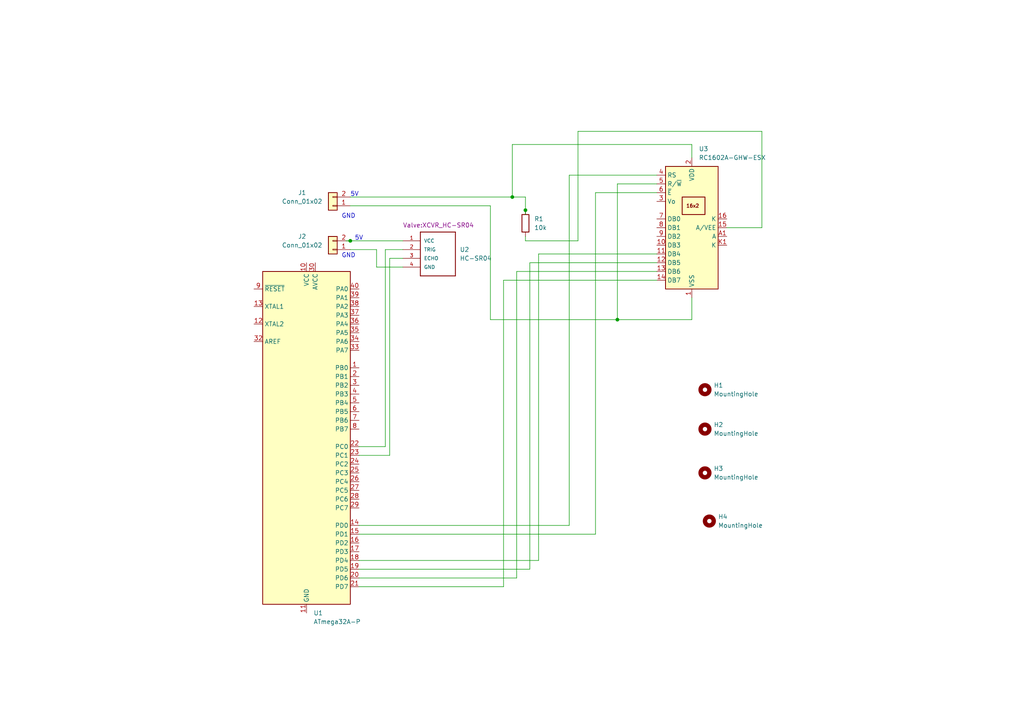
<source format=kicad_sch>
(kicad_sch (version 20211123) (generator eeschema)
  (paper "A4")
  (lib_symbols
    (symbol "Connector_Generic:Conn_01x02" (pin_names (offset 1.016) hide)
      (property "Reference" "J" (at 0 2.54 0))
      (property "Value" "Conn_01x02" (at 0 -5.08 0))
      (symbol "Conn_01x02_1_1"
        (rectangle (start -1.27 -2.413) (end 0 -2.667) (stroke (width 0.1524)))
        (rectangle (start -1.27 0.127) (end 0 -0.127) (stroke (width 0.1524)))
        (rectangle (start -1.27 1.27) (end 1.27 -3.81) (stroke (width 0.254)) (fill (type background)))
        (pin passive line (at -5.08 0 0) (length 3.81) (name "Pin_1") (number "1"))
        (pin passive line (at -5.08 -2.54 0) (length 3.81) (name "Pin_2") (number "2"))
      )
    )
    (symbol "Device:R" (pin_numbers hide) (pin_names (offset 0))
      (property "Reference" "R" (at 2.032 0 90))
      (property "Value" "R" (at 0 0 90))
      (symbol "R_0_1"
        (rectangle (start -1.016 -2.54) (end 1.016 2.54) (stroke (width 0.254)))
      )
      (symbol "R_1_1"
        (pin passive line (at 0 3.81 270) (length 1.27) (name "~") (number "1"))
        (pin passive line (at 0 -3.81 90) (length 1.27) (name "~") (number "2"))
      )
    )
    (symbol "Display_Character:RC1602A-GHW-ESX"
      (property "Reference" "U" (at -5.842 19.05 0))
      (property "Value" "RC1602A-GHW-ESX" (at 3.81 19.05 0))
      (symbol "RC1602A-GHW-ESX_0_0"
        (rectangle (start -2.794 8.89) (end 3.81 3.81) (stroke (width 0.254)) (fill (type background)))
        (text "16x2" (at 0.254 6.35 0) (effects (font (size 0.9906 0.9906) bold)))
      )
      (symbol "RC1602A-GHW-ESX_0_1"
        (rectangle (start -7.62 17.78) (end 7.62 -17.78) (stroke (width 0.254)) (fill (type background)))
      )
      (symbol "RC1602A-GHW-ESX_1_1"
        (pin power_in line (at 0 -20.32 90) (length 2.54) (name "VSS") (number "1"))
        (pin bidirectional line (at -10.16 -5.08 0) (length 2.54) (name "DB3") (number "10"))
        (pin bidirectional line (at -10.16 -7.62 0) (length 2.54) (name "DB4") (number "11"))
        (pin bidirectional line (at -10.16 -10.16 0) (length 2.54) (name "DB5") (number "12"))
        (pin bidirectional line (at -10.16 -12.7 0) (length 2.54) (name "DB6") (number "13"))
        (pin bidirectional line (at -10.16 -15.24 0) (length 2.54) (name "DB7") (number "14"))
        (pin passive line (at 10.16 0 180) (length 2.54) (name "A/VEE") (number "15"))
        (pin passive line (at 10.16 2.54 180) (length 2.54) (name "K") (number "16"))
        (pin power_in line (at 0 20.32 270) (length 2.54) (name "VDD") (number "2"))
        (pin input line (at -10.16 7.62 0) (length 2.54) (name "Vo") (number "3"))
        (pin input line (at -10.16 15.24 0) (length 2.54) (name "RS") (number "4"))
        (pin input line (at -10.16 12.7 0) (length 2.54) (name "R/~{W}") (number "5"))
        (pin input line (at -10.16 10.16 0) (length 2.54) (name "~{E}") (number "6"))
        (pin bidirectional line (at -10.16 2.54 0) (length 2.54) (name "DB0") (number "7"))
        (pin bidirectional line (at -10.16 0 0) (length 2.54) (name "DB1") (number "8"))
        (pin bidirectional line (at -10.16 -2.54 0) (length 2.54) (name "DB2") (number "9"))
        (pin passive line (at 10.16 -2.54 180) (length 2.54) (name "A") (number "A1"))
        (pin passive line (at 10.16 -5.08 180) (length 2.54) (name "K") (number "K1"))
      )
    )
    (symbol "HC-SR04:HC-SR04" (pin_names (offset 1.016))
      (property "Reference" "U" (at 0 5.08 0))
      (property "Value" "HC-SR04" (at 0 -10.16 0))
      (symbol "HC-SR04_0_0"
        (polyline (pts (xy 0 -7.62) (xy 10.16 -7.62)) (stroke (width 0.254)))
        (polyline (pts (xy 0 5.08) (xy 0 -7.62)) (stroke (width 0.254)))
        (polyline (pts (xy 10.16 -7.62) (xy 10.16 5.08)) (stroke (width 0.254)))
        (polyline (pts (xy 10.16 5.08) (xy 0 5.08)) (stroke (width 0.254)))
        (pin power_in line (at -5.08 2.54 0) (length 5.08) (name "VCC") (number "1"))
        (pin bidirectional line (at -5.08 0 0) (length 5.08) (name "TRIG") (number "2"))
        (pin bidirectional line (at -5.08 -2.54 0) (length 5.08) (name "ECHO") (number "3"))
        (pin power_in line (at -5.08 -5.08 0) (length 5.08) (name "GND") (number "4"))
      )
    )
    (symbol "MCU_Microchip_ATmega:ATmega32A-P"
      (property "Reference" "U" (at -12.7 49.53 0))
      (property "Value" "ATmega32A-P" (at 2.54 -49.53 0))
      (symbol "ATmega32A-P_0_1"
        (rectangle (start -12.7 -48.26) (end 12.7 48.26) (stroke (width 0.254)) (fill (type background)))
      )
      (symbol "ATmega32A-P_1_1"
        (pin bidirectional line (at 15.24 20.32 180) (length 2.54) (name "PB0") (number "1"))
        (pin power_in line (at 0 50.8 270) (length 2.54) (name "VCC") (number "10"))
        (pin power_in line (at 0 -50.8 90) (length 2.54) (name "GND") (number "11"))
        (pin output line (at -15.24 33.02 0) (length 2.54) (name "XTAL2") (number "12"))
        (pin input line (at -15.24 38.1 0) (length 2.54) (name "XTAL1") (number "13"))
        (pin bidirectional line (at 15.24 -25.4 180) (length 2.54) (name "PD0") (number "14"))
        (pin bidirectional line (at 15.24 -27.94 180) (length 2.54) (name "PD1") (number "15"))
        (pin bidirectional line (at 15.24 -30.48 180) (length 2.54) (name "PD2") (number "16"))
        (pin bidirectional line (at 15.24 -33.02 180) (length 2.54) (name "PD3") (number "17"))
        (pin bidirectional line (at 15.24 -35.56 180) (length 2.54) (name "PD4") (number "18"))
        (pin bidirectional line (at 15.24 -38.1 180) (length 2.54) (name "PD5") (number "19"))
        (pin bidirectional line (at 15.24 17.78 180) (length 2.54) (name "PB1") (number "2"))
        (pin bidirectional line (at 15.24 -40.64 180) (length 2.54) (name "PD6") (number "20"))
        (pin bidirectional line (at 15.24 -43.18 180) (length 2.54) (name "PD7") (number "21"))
        (pin bidirectional line (at 15.24 -2.54 180) (length 2.54) (name "PC0") (number "22"))
        (pin bidirectional line (at 15.24 -5.08 180) (length 2.54) (name "PC1") (number "23"))
        (pin bidirectional line (at 15.24 -7.62 180) (length 2.54) (name "PC2") (number "24"))
        (pin bidirectional line (at 15.24 -10.16 180) (length 2.54) (name "PC3") (number "25"))
        (pin bidirectional line (at 15.24 -12.7 180) (length 2.54) (name "PC4") (number "26"))
        (pin bidirectional line (at 15.24 -15.24 180) (length 2.54) (name "PC5") (number "27"))
        (pin bidirectional line (at 15.24 -17.78 180) (length 2.54) (name "PC6") (number "28"))
        (pin bidirectional line (at 15.24 -20.32 180) (length 2.54) (name "PC7") (number "29"))
        (pin bidirectional line (at 15.24 15.24 180) (length 2.54) (name "PB2") (number "3"))
        (pin power_in line (at 2.54 50.8 270) (length 2.54) (name "AVCC") (number "30"))
        (pin passive line (at 0 -50.8 90) (length 2.54) hide (name "GND") (number "31"))
        (pin passive line (at -15.24 27.94 0) (length 2.54) (name "AREF") (number "32"))
        (pin bidirectional line (at 15.24 25.4 180) (length 2.54) (name "PA7") (number "33"))
        (pin bidirectional line (at 15.24 27.94 180) (length 2.54) (name "PA6") (number "34"))
        (pin bidirectional line (at 15.24 30.48 180) (length 2.54) (name "PA5") (number "35"))
        (pin bidirectional line (at 15.24 33.02 180) (length 2.54) (name "PA4") (number "36"))
        (pin bidirectional line (at 15.24 35.56 180) (length 2.54) (name "PA3") (number "37"))
        (pin bidirectional line (at 15.24 38.1 180) (length 2.54) (name "PA2") (number "38"))
        (pin bidirectional line (at 15.24 40.64 180) (length 2.54) (name "PA1") (number "39"))
        (pin bidirectional line (at 15.24 12.7 180) (length 2.54) (name "PB3") (number "4"))
        (pin bidirectional line (at 15.24 43.18 180) (length 2.54) (name "PA0") (number "40"))
        (pin bidirectional line (at 15.24 10.16 180) (length 2.54) (name "PB4") (number "5"))
        (pin bidirectional line (at 15.24 7.62 180) (length 2.54) (name "PB5") (number "6"))
        (pin bidirectional line (at 15.24 5.08 180) (length 2.54) (name "PB6") (number "7"))
        (pin bidirectional line (at 15.24 2.54 180) (length 2.54) (name "PB7") (number "8"))
        (pin input line (at -15.24 43.18 0) (length 2.54) (name "~{RESET}") (number "9"))
      )
    )
    (symbol "Mechanical:MountingHole" (pin_names (offset 1.016))
      (property "Reference" "H" (at 0 5.08 0))
      (property "Value" "MountingHole" (at 0 3.175 0))
      (symbol "MountingHole_0_1"
        (circle (center 0 0) (radius 1.27) (stroke (width 1.27)))
      )
    )
  )
  (junction (at 152.4 60.96))
  (junction (at 148.59 57.15))
  (junction (at 179.07 92.71))
  (junction (at 101.6 69.85))
  (wire (pts (xy 156.21 73.66) (xy 190.5 73.66)))
  (wire (pts (xy 111.76 72.39) (xy 111.76 129.54)))
  (wire (pts (xy 142.24 59.69) (xy 142.24 92.71)))
  (wire (pts (xy 101.6 59.69) (xy 142.24 59.69)))
  (wire (pts (xy 152.4 60.96) (xy 152.4 62.23)))
  (wire (pts (xy 149.86 78.74) (xy 149.86 167.64)))
  (wire (pts (xy 101.6 57.15) (xy 148.59 57.15)))
  (wire (pts (xy 104.14 154.94) (xy 172.72 154.94)))
  (wire (pts (xy 172.72 55.88) (xy 190.5 55.88)))
  (wire (pts (xy 104.14 132.08) (xy 113.03 132.08)))
  (wire (pts (xy 190.5 53.34) (xy 179.07 53.34)))
  (wire (pts (xy 148.59 57.15) (xy 152.4 57.15)))
  (wire (pts (xy 210.82 66.04) (xy 220.98 66.04)))
  (wire (pts (xy 116.84 77.47) (xy 109.22 77.47)))
  (wire (pts (xy 104.14 162.56) (xy 156.21 162.56)))
  (wire (pts (xy 146.05 81.28) (xy 190.5 81.28)))
  (wire (pts (xy 111.76 129.54) (xy 104.14 129.54)))
  (wire (pts (xy 152.4 68.58) (xy 152.4 69.85)))
  (wire (pts (xy 165.1 50.8) (xy 190.5 50.8)))
  (wire (pts (xy 148.59 41.91) (xy 148.59 57.15)))
  (wire (pts (xy 116.84 72.39) (xy 111.76 72.39)))
  (wire (pts (xy 104.14 170.18) (xy 146.05 170.18)))
  (wire (pts (xy 109.22 77.47) (xy 109.22 72.39)))
  (wire (pts (xy 101.6 72.39) (xy 109.22 72.39)))
  (wire (pts (xy 167.64 38.1) (xy 167.64 69.85)))
  (wire (pts (xy 156.21 73.66) (xy 156.21 162.56)))
  (wire (pts (xy 101.6 69.85) (xy 116.84 69.85)))
  (wire (pts (xy 200.66 41.91) (xy 148.59 41.91)))
  (wire (pts (xy 149.86 78.74) (xy 190.5 78.74)))
  (wire (pts (xy 165.1 50.8) (xy 165.1 152.4)))
  (wire (pts (xy 104.14 152.4) (xy 165.1 152.4)))
  (wire (pts (xy 172.72 154.94) (xy 172.72 55.88)))
  (wire (pts (xy 200.66 45.72) (xy 200.66 41.91)))
  (wire (pts (xy 200.66 92.71) (xy 200.66 86.36)))
  (wire (pts (xy 152.4 69.85) (xy 167.64 69.85)))
  (wire (pts (xy 142.24 92.71) (xy 179.07 92.71)))
  (wire (pts (xy 153.67 76.2) (xy 190.5 76.2)))
  (wire (pts (xy 116.84 74.93) (xy 113.03 74.93)))
  (wire (pts (xy 179.07 53.34) (xy 179.07 92.71)))
  (wire (pts (xy 220.98 38.1) (xy 220.98 66.04)))
  (wire (pts (xy 167.64 38.1) (xy 220.98 38.1)))
  (wire (pts (xy 152.4 57.15) (xy 152.4 60.96)))
  (wire (pts (xy 100.33 69.85) (xy 101.6 69.85)))
  (wire (pts (xy 104.14 167.64) (xy 149.86 167.64)))
  (wire (pts (xy 104.14 165.1) (xy 153.67 165.1)))
  (wire (pts (xy 153.67 76.2) (xy 153.67 165.1)))
  (wire (pts (xy 113.03 74.93) (xy 113.03 132.08)))
  (wire (pts (xy 146.05 81.28) (xy 146.05 170.18)))
  (wire (pts (xy 179.07 92.71) (xy 200.66 92.71)))
  (text "5V" (at 101.6 57.15 0) (effects (font (size 1.27 1.27)) (justify left bottom)))
  (text "5V" (at 102.87 69.85 0) (effects (font (size 1.27 1.27)) (justify left bottom)))
  (text "GND" (at 99.06 74.93 0) (effects (font (size 1.27 1.27)) (justify left bottom)))
  (text "GND" (at 99.06 63.5 0) (effects (font (size 1.27 1.27)) (justify left bottom)))
  (symbol (lib_id "Device:R") (at 152.4 64.77 0) (unit 1)
    (property "Reference" "R1" (at 154.94 63.4999 0) (effects (justify left)))
    (property "Value" "10k" (at 154.94 66.0399 0) (effects (justify left)))
    (property "Footprint" "Resistor_THT:R_Axial_DIN0207_L6.3mm_D2.5mm_P15.24mm_Horizontal" (effects hide))
  )
  (symbol (lib_id "Display_Character:RC1602A-GHW-ESX") (at 200.66 66.04 0) (unit 1)
    (property "Reference" "U3" (at 202.6794 43.18 0) (effects (justify left)))
    (property "Value" "RC1602A-GHW-ESX" (at 202.6794 45.72 0) (effects (justify left)))
    (property "Footprint" "Display:RC1602A" (effects hide))
    (property "Datasheet" "http://www.raystar-optronics.com/down.php?ProID=18" (effects hide))
  )
  (symbol (lib_id "MCU_Microchip_ATmega:ATmega32A-P") (at 88.9 127 0) (unit 1)
    (property "Reference" "U1" (at 90.9194 177.8 0) (effects (justify left)))
    (property "Value" "ATmega32A-P" (at 90.9194 180.34 0) (effects (justify left)))
    (property "Footprint" "Package_DIP:DIP-40_W15.24mm" (effects hide))
    (property "Datasheet" "http://ww1.microchip.com/downloads/en/DeviceDoc/atmel-8155-8-bit-microcontroller-avr-atmega32a_datasheet.pdf" (effects hide))
  )
  (symbol (lib_id "Mechanical:MountingHole") (at 204.47 113.03 0) (unit 1)
    (property "Reference" "H1" (at 207.01 111.7599 0) (effects (justify left)))
    (property "Value" "MountingHole" (at 207.01 114.2999 0) (effects (justify left)))
    (property "Footprint" "MountingHole:MountingHole_4.5mm" (effects hide))
  )
  (symbol (lib_id "Connector_Generic:Conn_01x02") (at 96.52 72.39 180) (unit 1)
    (property "Reference" "J2" (at 87.63 68.58 0))
    (property "Value" "Conn_01x02" (at 87.63 71.12 0))
    (property "Footprint" "Connector_PinHeader_2.54mm:PinHeader_1x02_P2.54mm_Horizontal" (effects hide))
  )
  (symbol (lib_id "Mechanical:MountingHole") (at 205.74 151.13 0) (unit 1)
    (property "Reference" "H4" (at 208.28 149.8599 0) (effects (justify left)))
    (property "Value" "MountingHole" (at 208.28 152.3999 0) (effects (justify left)))
    (property "Footprint" "MountingHole:MountingHole_4.5mm" (effects hide))
  )
  (symbol (lib_id "Mechanical:MountingHole") (at 204.47 124.46 0) (unit 1)
    (property "Reference" "H2" (at 207.01 123.1899 0) (effects (justify left)))
    (property "Value" "MountingHole" (at 207.01 125.7299 0) (effects (justify left)))
    (property "Footprint" "MountingHole:MountingHole_4.5mm" (effects hide))
  )
  (symbol (lib_id "Connector_Generic:Conn_01x02") (at 96.52 59.69 180) (unit 1)
    (property "Reference" "J1" (at 87.63 55.88 0))
    (property "Value" "Conn_01x02" (at 87.63 58.42 0))
    (property "Footprint" "Connector_PinHeader_2.54mm:PinHeader_1x02_P2.54mm_Horizontal" (effects hide))
  )
  (symbol (lib_id "HC-SR04:HC-SR04") (at 121.92 72.39 0) (unit 1)
    (property "Reference" "U2" (at 133.35 72.3899 0) (effects (justify left)))
    (property "Value" "HC-SR04" (at 133.35 74.9299 0) (effects (justify left)))
    (property "Footprint" "Valve:XCVR_HC-SR04" (at 116.84 66.04 0) (effects (justify left bottom)))
    (property "MANUFACTURER" "Osepp" (effects hide))
  )
  (symbol (lib_id "Mechanical:MountingHole") (at 204.47 137.16 0) (unit 1)
    (property "Reference" "H3" (at 207.01 135.8899 0) (effects (justify left)))
    (property "Value" "MountingHole" (at 207.01 138.4299 0) (effects (justify left)))
    (property "Footprint" "MountingHole:MountingHole_4.5mm" (effects hide))
  )
)
</source>
